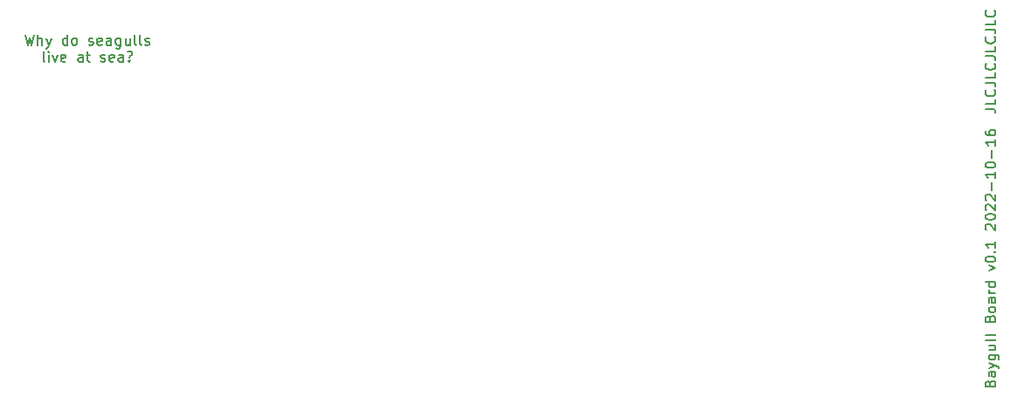
<source format=gbr>
%TF.GenerationSoftware,KiCad,Pcbnew,(6.0.8)*%
%TF.CreationDate,2022-10-22T23:39:20+01:00*%
%TF.ProjectId,top_plate,746f705f-706c-4617-9465-2e6b69636164,v1.0.0*%
%TF.SameCoordinates,Original*%
%TF.FileFunction,Legend,Top*%
%TF.FilePolarity,Positive*%
%FSLAX46Y46*%
G04 Gerber Fmt 4.6, Leading zero omitted, Abs format (unit mm)*
G04 Created by KiCad (PCBNEW (6.0.8)) date 2022-10-22 23:39:20*
%MOMM*%
%LPD*%
G01*
G04 APERTURE LIST*
%ADD10C,0.150000*%
G04 APERTURE END LIST*
D10*
X144608571Y-37240571D02*
X144656190Y-37097714D01*
X144703809Y-37050095D01*
X144799047Y-37002476D01*
X144941904Y-37002476D01*
X145037142Y-37050095D01*
X145084761Y-37097714D01*
X145132380Y-37192952D01*
X145132380Y-37573904D01*
X144132380Y-37573904D01*
X144132380Y-37240571D01*
X144180000Y-37145333D01*
X144227619Y-37097714D01*
X144322857Y-37050095D01*
X144418095Y-37050095D01*
X144513333Y-37097714D01*
X144560952Y-37145333D01*
X144608571Y-37240571D01*
X144608571Y-37573904D01*
X145132380Y-36145333D02*
X144608571Y-36145333D01*
X144513333Y-36192952D01*
X144465714Y-36288190D01*
X144465714Y-36478666D01*
X144513333Y-36573904D01*
X145084761Y-36145333D02*
X145132380Y-36240571D01*
X145132380Y-36478666D01*
X145084761Y-36573904D01*
X144989523Y-36621523D01*
X144894285Y-36621523D01*
X144799047Y-36573904D01*
X144751428Y-36478666D01*
X144751428Y-36240571D01*
X144703809Y-36145333D01*
X144465714Y-35764380D02*
X145132380Y-35526285D01*
X144465714Y-35288190D02*
X145132380Y-35526285D01*
X145370476Y-35621523D01*
X145418095Y-35669142D01*
X145465714Y-35764380D01*
X144465714Y-34478666D02*
X145275238Y-34478666D01*
X145370476Y-34526285D01*
X145418095Y-34573904D01*
X145465714Y-34669142D01*
X145465714Y-34812000D01*
X145418095Y-34907238D01*
X145084761Y-34478666D02*
X145132380Y-34573904D01*
X145132380Y-34764380D01*
X145084761Y-34859619D01*
X145037142Y-34907238D01*
X144941904Y-34954857D01*
X144656190Y-34954857D01*
X144560952Y-34907238D01*
X144513333Y-34859619D01*
X144465714Y-34764380D01*
X144465714Y-34573904D01*
X144513333Y-34478666D01*
X144465714Y-33573904D02*
X145132380Y-33573904D01*
X144465714Y-34002476D02*
X144989523Y-34002476D01*
X145084761Y-33954857D01*
X145132380Y-33859619D01*
X145132380Y-33716761D01*
X145084761Y-33621523D01*
X145037142Y-33573904D01*
X145132380Y-32954857D02*
X145084761Y-33050095D01*
X144989523Y-33097714D01*
X144132380Y-33097714D01*
X145132380Y-32431047D02*
X145084761Y-32526285D01*
X144989523Y-32573904D01*
X144132380Y-32573904D01*
X144608571Y-30954857D02*
X144656190Y-30812000D01*
X144703809Y-30764380D01*
X144799047Y-30716761D01*
X144941904Y-30716761D01*
X145037142Y-30764380D01*
X145084761Y-30812000D01*
X145132380Y-30907238D01*
X145132380Y-31288190D01*
X144132380Y-31288190D01*
X144132380Y-30954857D01*
X144180000Y-30859619D01*
X144227619Y-30812000D01*
X144322857Y-30764380D01*
X144418095Y-30764380D01*
X144513333Y-30812000D01*
X144560952Y-30859619D01*
X144608571Y-30954857D01*
X144608571Y-31288190D01*
X145132380Y-30145333D02*
X145084761Y-30240571D01*
X145037142Y-30288190D01*
X144941904Y-30335809D01*
X144656190Y-30335809D01*
X144560952Y-30288190D01*
X144513333Y-30240571D01*
X144465714Y-30145333D01*
X144465714Y-30002476D01*
X144513333Y-29907238D01*
X144560952Y-29859619D01*
X144656190Y-29812000D01*
X144941904Y-29812000D01*
X145037142Y-29859619D01*
X145084761Y-29907238D01*
X145132380Y-30002476D01*
X145132380Y-30145333D01*
X145132380Y-28954857D02*
X144608571Y-28954857D01*
X144513333Y-29002476D01*
X144465714Y-29097714D01*
X144465714Y-29288190D01*
X144513333Y-29383428D01*
X145084761Y-28954857D02*
X145132380Y-29050095D01*
X145132380Y-29288190D01*
X145084761Y-29383428D01*
X144989523Y-29431047D01*
X144894285Y-29431047D01*
X144799047Y-29383428D01*
X144751428Y-29288190D01*
X144751428Y-29050095D01*
X144703809Y-28954857D01*
X145132380Y-28478666D02*
X144465714Y-28478666D01*
X144656190Y-28478666D02*
X144560952Y-28431047D01*
X144513333Y-28383428D01*
X144465714Y-28288190D01*
X144465714Y-28192952D01*
X145132380Y-27431047D02*
X144132380Y-27431047D01*
X145084761Y-27431047D02*
X145132380Y-27526285D01*
X145132380Y-27716761D01*
X145084761Y-27812000D01*
X145037142Y-27859619D01*
X144941904Y-27907238D01*
X144656190Y-27907238D01*
X144560952Y-27859619D01*
X144513333Y-27812000D01*
X144465714Y-27716761D01*
X144465714Y-27526285D01*
X144513333Y-27431047D01*
X144465714Y-26288190D02*
X145132380Y-26050095D01*
X144465714Y-25812000D01*
X144132380Y-25240571D02*
X144132380Y-25145333D01*
X144180000Y-25050095D01*
X144227619Y-25002476D01*
X144322857Y-24954857D01*
X144513333Y-24907238D01*
X144751428Y-24907238D01*
X144941904Y-24954857D01*
X145037142Y-25002476D01*
X145084761Y-25050095D01*
X145132380Y-25145333D01*
X145132380Y-25240571D01*
X145084761Y-25335809D01*
X145037142Y-25383428D01*
X144941904Y-25431047D01*
X144751428Y-25478666D01*
X144513333Y-25478666D01*
X144322857Y-25431047D01*
X144227619Y-25383428D01*
X144180000Y-25335809D01*
X144132380Y-25240571D01*
X145037142Y-24478666D02*
X145084761Y-24431047D01*
X145132380Y-24478666D01*
X145084761Y-24526285D01*
X145037142Y-24478666D01*
X145132380Y-24478666D01*
X145132380Y-23478666D02*
X145132380Y-24050095D01*
X145132380Y-23764380D02*
X144132380Y-23764380D01*
X144275238Y-23859619D01*
X144370476Y-23954857D01*
X144418095Y-24050095D01*
X144227619Y-22335809D02*
X144180000Y-22288190D01*
X144132380Y-22192952D01*
X144132380Y-21954857D01*
X144180000Y-21859619D01*
X144227619Y-21812000D01*
X144322857Y-21764380D01*
X144418095Y-21764380D01*
X144560952Y-21812000D01*
X145132380Y-22383428D01*
X145132380Y-21764380D01*
X144132380Y-21145333D02*
X144132380Y-21050095D01*
X144180000Y-20954857D01*
X144227619Y-20907238D01*
X144322857Y-20859619D01*
X144513333Y-20812000D01*
X144751428Y-20812000D01*
X144941904Y-20859619D01*
X145037142Y-20907238D01*
X145084761Y-20954857D01*
X145132380Y-21050095D01*
X145132380Y-21145333D01*
X145084761Y-21240571D01*
X145037142Y-21288190D01*
X144941904Y-21335809D01*
X144751428Y-21383428D01*
X144513333Y-21383428D01*
X144322857Y-21335809D01*
X144227619Y-21288190D01*
X144180000Y-21240571D01*
X144132380Y-21145333D01*
X144227619Y-20431047D02*
X144180000Y-20383428D01*
X144132380Y-20288190D01*
X144132380Y-20050095D01*
X144180000Y-19954857D01*
X144227619Y-19907238D01*
X144322857Y-19859619D01*
X144418095Y-19859619D01*
X144560952Y-19907238D01*
X145132380Y-20478666D01*
X145132380Y-19859619D01*
X144227619Y-19478666D02*
X144180000Y-19431047D01*
X144132380Y-19335809D01*
X144132380Y-19097714D01*
X144180000Y-19002476D01*
X144227619Y-18954857D01*
X144322857Y-18907238D01*
X144418095Y-18907238D01*
X144560952Y-18954857D01*
X145132380Y-19526285D01*
X145132380Y-18907238D01*
X144751428Y-18478666D02*
X144751428Y-17716761D01*
X145132380Y-16716761D02*
X145132380Y-17288190D01*
X145132380Y-17002476D02*
X144132380Y-17002476D01*
X144275238Y-17097714D01*
X144370476Y-17192952D01*
X144418095Y-17288190D01*
X144132380Y-16097714D02*
X144132380Y-16002476D01*
X144180000Y-15907238D01*
X144227619Y-15859619D01*
X144322857Y-15812000D01*
X144513333Y-15764380D01*
X144751428Y-15764380D01*
X144941904Y-15812000D01*
X145037142Y-15859619D01*
X145084761Y-15907238D01*
X145132380Y-16002476D01*
X145132380Y-16097714D01*
X145084761Y-16192952D01*
X145037142Y-16240571D01*
X144941904Y-16288190D01*
X144751428Y-16335809D01*
X144513333Y-16335809D01*
X144322857Y-16288190D01*
X144227619Y-16240571D01*
X144180000Y-16192952D01*
X144132380Y-16097714D01*
X144751428Y-15335809D02*
X144751428Y-14573904D01*
X145132380Y-13573904D02*
X145132380Y-14145333D01*
X145132380Y-13859619D02*
X144132380Y-13859619D01*
X144275238Y-13954857D01*
X144370476Y-14050095D01*
X144418095Y-14145333D01*
X144132380Y-12716761D02*
X144132380Y-12907238D01*
X144180000Y-13002476D01*
X144227619Y-13050095D01*
X144370476Y-13145333D01*
X144560952Y-13192952D01*
X144941904Y-13192952D01*
X145037142Y-13145333D01*
X145084761Y-13097714D01*
X145132380Y-13002476D01*
X145132380Y-12812000D01*
X145084761Y-12716761D01*
X145037142Y-12669142D01*
X144941904Y-12621523D01*
X144703809Y-12621523D01*
X144608571Y-12669142D01*
X144560952Y-12716761D01*
X144513333Y-12812000D01*
X144513333Y-13002476D01*
X144560952Y-13097714D01*
X144608571Y-13145333D01*
X144703809Y-13192952D01*
X144132380Y-10618190D02*
X144846666Y-10618190D01*
X144989523Y-10665809D01*
X145084761Y-10761047D01*
X145132380Y-10903904D01*
X145132380Y-10999142D01*
X145132380Y-9665809D02*
X145132380Y-10142000D01*
X144132380Y-10142000D01*
X145037142Y-8761047D02*
X145084761Y-8808666D01*
X145132380Y-8951523D01*
X145132380Y-9046761D01*
X145084761Y-9189619D01*
X144989523Y-9284857D01*
X144894285Y-9332476D01*
X144703809Y-9380095D01*
X144560952Y-9380095D01*
X144370476Y-9332476D01*
X144275238Y-9284857D01*
X144180000Y-9189619D01*
X144132380Y-9046761D01*
X144132380Y-8951523D01*
X144180000Y-8808666D01*
X144227619Y-8761047D01*
X144132380Y-8046761D02*
X144846666Y-8046761D01*
X144989523Y-8094380D01*
X145084761Y-8189619D01*
X145132380Y-8332476D01*
X145132380Y-8427714D01*
X145132380Y-7094380D02*
X145132380Y-7570571D01*
X144132380Y-7570571D01*
X145037142Y-6189619D02*
X145084761Y-6237238D01*
X145132380Y-6380095D01*
X145132380Y-6475333D01*
X145084761Y-6618190D01*
X144989523Y-6713428D01*
X144894285Y-6761047D01*
X144703809Y-6808666D01*
X144560952Y-6808666D01*
X144370476Y-6761047D01*
X144275238Y-6713428D01*
X144180000Y-6618190D01*
X144132380Y-6475333D01*
X144132380Y-6380095D01*
X144180000Y-6237238D01*
X144227619Y-6189619D01*
X144132380Y-5475333D02*
X144846666Y-5475333D01*
X144989523Y-5522952D01*
X145084761Y-5618190D01*
X145132380Y-5761047D01*
X145132380Y-5856285D01*
X145132380Y-4522952D02*
X145132380Y-4999142D01*
X144132380Y-4999142D01*
X145037142Y-3618190D02*
X145084761Y-3665809D01*
X145132380Y-3808666D01*
X145132380Y-3903904D01*
X145084761Y-4046761D01*
X144989523Y-4142000D01*
X144894285Y-4189619D01*
X144703809Y-4237238D01*
X144560952Y-4237238D01*
X144370476Y-4189619D01*
X144275238Y-4142000D01*
X144180000Y-4046761D01*
X144132380Y-3903904D01*
X144132380Y-3808666D01*
X144180000Y-3665809D01*
X144227619Y-3618190D01*
X144132380Y-2903904D02*
X144846666Y-2903904D01*
X144989523Y-2951523D01*
X145084761Y-3046761D01*
X145132380Y-3189619D01*
X145132380Y-3284857D01*
X145132380Y-1951523D02*
X145132380Y-2427714D01*
X144132380Y-2427714D01*
X145037142Y-1046761D02*
X145084761Y-1094380D01*
X145132380Y-1237238D01*
X145132380Y-1332476D01*
X145084761Y-1475333D01*
X144989523Y-1570571D01*
X144894285Y-1618190D01*
X144703809Y-1665809D01*
X144560952Y-1665809D01*
X144370476Y-1618190D01*
X144275238Y-1570571D01*
X144180000Y-1475333D01*
X144132380Y-1332476D01*
X144132380Y-1237238D01*
X144180000Y-1094380D01*
X144227619Y-1046761D01*
X51102380Y-3409880D02*
X51340476Y-4409880D01*
X51530952Y-3695595D01*
X51721428Y-4409880D01*
X51959523Y-3409880D01*
X52340476Y-4409880D02*
X52340476Y-3409880D01*
X52769047Y-4409880D02*
X52769047Y-3886071D01*
X52721428Y-3790833D01*
X52626190Y-3743214D01*
X52483333Y-3743214D01*
X52388095Y-3790833D01*
X52340476Y-3838452D01*
X53150000Y-3743214D02*
X53388095Y-4409880D01*
X53626190Y-3743214D02*
X53388095Y-4409880D01*
X53292857Y-4647976D01*
X53245238Y-4695595D01*
X53150000Y-4743214D01*
X55197619Y-4409880D02*
X55197619Y-3409880D01*
X55197619Y-4362261D02*
X55102380Y-4409880D01*
X54911904Y-4409880D01*
X54816666Y-4362261D01*
X54769047Y-4314642D01*
X54721428Y-4219404D01*
X54721428Y-3933690D01*
X54769047Y-3838452D01*
X54816666Y-3790833D01*
X54911904Y-3743214D01*
X55102380Y-3743214D01*
X55197619Y-3790833D01*
X55816666Y-4409880D02*
X55721428Y-4362261D01*
X55673809Y-4314642D01*
X55626190Y-4219404D01*
X55626190Y-3933690D01*
X55673809Y-3838452D01*
X55721428Y-3790833D01*
X55816666Y-3743214D01*
X55959523Y-3743214D01*
X56054761Y-3790833D01*
X56102380Y-3838452D01*
X56150000Y-3933690D01*
X56150000Y-4219404D01*
X56102380Y-4314642D01*
X56054761Y-4362261D01*
X55959523Y-4409880D01*
X55816666Y-4409880D01*
X57292857Y-4362261D02*
X57388095Y-4409880D01*
X57578571Y-4409880D01*
X57673809Y-4362261D01*
X57721428Y-4267023D01*
X57721428Y-4219404D01*
X57673809Y-4124166D01*
X57578571Y-4076547D01*
X57435714Y-4076547D01*
X57340476Y-4028928D01*
X57292857Y-3933690D01*
X57292857Y-3886071D01*
X57340476Y-3790833D01*
X57435714Y-3743214D01*
X57578571Y-3743214D01*
X57673809Y-3790833D01*
X58530952Y-4362261D02*
X58435714Y-4409880D01*
X58245238Y-4409880D01*
X58150000Y-4362261D01*
X58102380Y-4267023D01*
X58102380Y-3886071D01*
X58150000Y-3790833D01*
X58245238Y-3743214D01*
X58435714Y-3743214D01*
X58530952Y-3790833D01*
X58578571Y-3886071D01*
X58578571Y-3981309D01*
X58102380Y-4076547D01*
X59435714Y-4409880D02*
X59435714Y-3886071D01*
X59388095Y-3790833D01*
X59292857Y-3743214D01*
X59102380Y-3743214D01*
X59007142Y-3790833D01*
X59435714Y-4362261D02*
X59340476Y-4409880D01*
X59102380Y-4409880D01*
X59007142Y-4362261D01*
X58959523Y-4267023D01*
X58959523Y-4171785D01*
X59007142Y-4076547D01*
X59102380Y-4028928D01*
X59340476Y-4028928D01*
X59435714Y-3981309D01*
X60340476Y-3743214D02*
X60340476Y-4552738D01*
X60292857Y-4647976D01*
X60245238Y-4695595D01*
X60150000Y-4743214D01*
X60007142Y-4743214D01*
X59911904Y-4695595D01*
X60340476Y-4362261D02*
X60245238Y-4409880D01*
X60054761Y-4409880D01*
X59959523Y-4362261D01*
X59911904Y-4314642D01*
X59864285Y-4219404D01*
X59864285Y-3933690D01*
X59911904Y-3838452D01*
X59959523Y-3790833D01*
X60054761Y-3743214D01*
X60245238Y-3743214D01*
X60340476Y-3790833D01*
X61245238Y-3743214D02*
X61245238Y-4409880D01*
X60816666Y-3743214D02*
X60816666Y-4267023D01*
X60864285Y-4362261D01*
X60959523Y-4409880D01*
X61102380Y-4409880D01*
X61197619Y-4362261D01*
X61245238Y-4314642D01*
X61864285Y-4409880D02*
X61769047Y-4362261D01*
X61721428Y-4267023D01*
X61721428Y-3409880D01*
X62388095Y-4409880D02*
X62292857Y-4362261D01*
X62245238Y-4267023D01*
X62245238Y-3409880D01*
X62721428Y-4362261D02*
X62816666Y-4409880D01*
X63007142Y-4409880D01*
X63102380Y-4362261D01*
X63150000Y-4267023D01*
X63150000Y-4219404D01*
X63102380Y-4124166D01*
X63007142Y-4076547D01*
X62864285Y-4076547D01*
X62769047Y-4028928D01*
X62721428Y-3933690D01*
X62721428Y-3886071D01*
X62769047Y-3790833D01*
X62864285Y-3743214D01*
X63007142Y-3743214D01*
X63102380Y-3790833D01*
X53007142Y-6019880D02*
X52911904Y-5972261D01*
X52864285Y-5877023D01*
X52864285Y-5019880D01*
X53388095Y-6019880D02*
X53388095Y-5353214D01*
X53388095Y-5019880D02*
X53340476Y-5067500D01*
X53388095Y-5115119D01*
X53435714Y-5067500D01*
X53388095Y-5019880D01*
X53388095Y-5115119D01*
X53769047Y-5353214D02*
X54007142Y-6019880D01*
X54245238Y-5353214D01*
X55007142Y-5972261D02*
X54911904Y-6019880D01*
X54721428Y-6019880D01*
X54626190Y-5972261D01*
X54578571Y-5877023D01*
X54578571Y-5496071D01*
X54626190Y-5400833D01*
X54721428Y-5353214D01*
X54911904Y-5353214D01*
X55007142Y-5400833D01*
X55054761Y-5496071D01*
X55054761Y-5591309D01*
X54578571Y-5686547D01*
X56673809Y-6019880D02*
X56673809Y-5496071D01*
X56626190Y-5400833D01*
X56530952Y-5353214D01*
X56340476Y-5353214D01*
X56245238Y-5400833D01*
X56673809Y-5972261D02*
X56578571Y-6019880D01*
X56340476Y-6019880D01*
X56245238Y-5972261D01*
X56197619Y-5877023D01*
X56197619Y-5781785D01*
X56245238Y-5686547D01*
X56340476Y-5638928D01*
X56578571Y-5638928D01*
X56673809Y-5591309D01*
X57007142Y-5353214D02*
X57388095Y-5353214D01*
X57150000Y-5019880D02*
X57150000Y-5877023D01*
X57197619Y-5972261D01*
X57292857Y-6019880D01*
X57388095Y-6019880D01*
X58435714Y-5972261D02*
X58530952Y-6019880D01*
X58721428Y-6019880D01*
X58816666Y-5972261D01*
X58864285Y-5877023D01*
X58864285Y-5829404D01*
X58816666Y-5734166D01*
X58721428Y-5686547D01*
X58578571Y-5686547D01*
X58483333Y-5638928D01*
X58435714Y-5543690D01*
X58435714Y-5496071D01*
X58483333Y-5400833D01*
X58578571Y-5353214D01*
X58721428Y-5353214D01*
X58816666Y-5400833D01*
X59673809Y-5972261D02*
X59578571Y-6019880D01*
X59388095Y-6019880D01*
X59292857Y-5972261D01*
X59245238Y-5877023D01*
X59245238Y-5496071D01*
X59292857Y-5400833D01*
X59388095Y-5353214D01*
X59578571Y-5353214D01*
X59673809Y-5400833D01*
X59721428Y-5496071D01*
X59721428Y-5591309D01*
X59245238Y-5686547D01*
X60578571Y-6019880D02*
X60578571Y-5496071D01*
X60530952Y-5400833D01*
X60435714Y-5353214D01*
X60245238Y-5353214D01*
X60150000Y-5400833D01*
X60578571Y-5972261D02*
X60483333Y-6019880D01*
X60245238Y-6019880D01*
X60150000Y-5972261D01*
X60102380Y-5877023D01*
X60102380Y-5781785D01*
X60150000Y-5686547D01*
X60245238Y-5638928D01*
X60483333Y-5638928D01*
X60578571Y-5591309D01*
X61197619Y-5924642D02*
X61245238Y-5972261D01*
X61197619Y-6019880D01*
X61150000Y-5972261D01*
X61197619Y-5924642D01*
X61197619Y-6019880D01*
X61007142Y-5067500D02*
X61102380Y-5019880D01*
X61340476Y-5019880D01*
X61435714Y-5067500D01*
X61483333Y-5162738D01*
X61483333Y-5257976D01*
X61435714Y-5353214D01*
X61388095Y-5400833D01*
X61292857Y-5448452D01*
X61245238Y-5496071D01*
X61197619Y-5591309D01*
X61197619Y-5638928D01*
M02*

</source>
